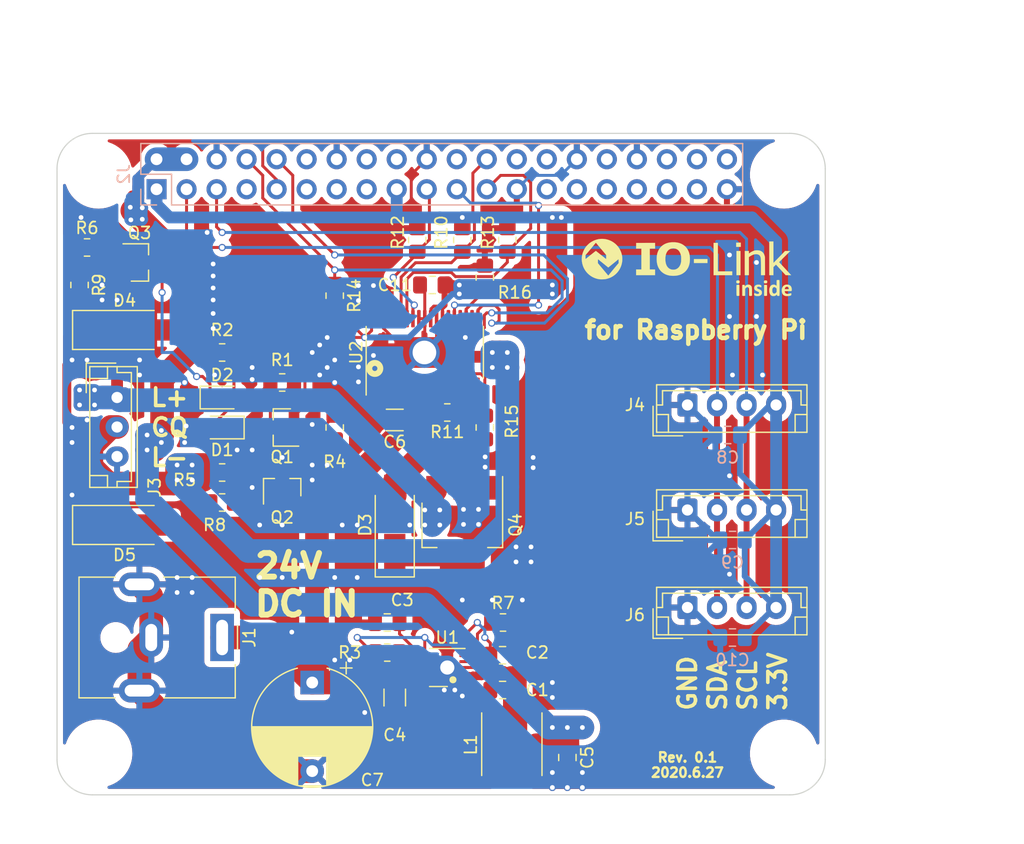
<source format=kicad_pcb>
(kicad_pcb (version 20210606) (generator pcbnew)
  (layers (0 "F.Cu" signal) (31 "B.Cu" signal) (34 "B.Paste" user) (35 "F.Paste" user) (36 "B.SilkS" user "B.Silkscreen") (37 "F.SilkS" user "F.Silkscreen") (38 "B.Mask" user) (39 "F.Mask" user) (44 "Edge.Cuts" user))
  (net 0 "")
  (net 21 "Net-(C1-Pad2)")
  (net 22 "Net-(C1-Pad1)")
  (net 23 "GND")
  (net 24 "Net-(C2-Pad1)")
  (net 25 "Net-(C3-Pad1)")
  (net 26 "+24V")
  (net 27 "+5V")
  (net 28 "+3V3")
  (net 29 "Net-(D1-Pad2)")
  (net 30 "Net-(D2-Pad2)")
  (net 31 "Net-(D2-Pad1)")
  (net 32 "Net-(D3-Pad1)")
  (net 33 "Net-(D3-Pad2)")
  (net 34 "L+1")
  (net 35 "CQ1")
  (net 36 "I2C_SDA")
  (net 37 "I2C_SCL")
  (net 38 "TXD")
  (net 39 "RXD")
  (net 40 "SPI_MOSI")
  (net 41 "SPI_MISO")
  (net 42 "SPI_CS")
  (net 43 "Net-(Q1-Pad1)")
  (net 44 "Net-(Q2-Pad1)")
  (net 45 "Net-(Q3-Pad1)")
  (net 46 "Net-(Q4-Pad1)")
  (net 47 "Net-(R3-Pad2)")
  (net 48 "Net-(R7-Pad1)")
  (net 49 "Net-(R15-Pad2)")
  (net 50 "Net-(R16-Pad1)")
  (net 64 "SPI_SCK")
  (net 65 "Net-(Q1-Pad3)")
  (footprint "Capacitor_SMD:C_0805_2012Metric_Pad1.18x1.45mm_HandSolder" (layer "F.Cu") (at 55.4775 80.645)
    (fp_text reference "C1")
    (fp_text value "0.1u")
  )
  (footprint "Capacitor_SMD:C_0805_2012Metric_Pad1.18x1.45mm_HandSolder" (layer "F.Cu") (at 55.4775 77.7025)
    (fp_text reference "C2")
    (fp_text value "1u")
  )
  (footprint "Capacitor_SMD:C_0805_2012Metric_Pad1.18x1.45mm_HandSolder" (layer "F.Cu") (at 45.72 74.93 180)
    (fp_text reference "C3")
    (fp_text value "10n")
  )
  (footprint "Capacitor_SMD:C_0805_2012Metric_Pad1.18x1.45mm_HandSolder" (layer "F.Cu") (at 60.96 86.36 -90)
    (fp_text reference "C5")
    (fp_text value "47u")
  )
  (footprint "Capacitor_SMD:C_1206_3216Metric_Pad1.33x1.80mm_HandSolder" (layer "F.Cu") (at 46.355 57.785 180)
    (fp_text reference "C6")
    (fp_text value "1u")
  )
  (footprint "Capacitor_THT:CP_Radial_D10.0mm_P7.50mm" (layer "F.Cu") (at 39.37 80.01 -90)
    (fp_text reference "C7")
    (fp_text value "100u")
  )
  (footprint "LED_SMD:LED_0805_2012Metric_Pad1.15x1.40mm_HandSolder" (layer "F.Cu") (at 31.75 58.42 180)
    (fp_text reference "D1")
    (fp_text value "GREEN LED")
  )
  (footprint "LED_SMD:LED_0805_2012Metric_Pad1.15x1.40mm_HandSolder" (layer "F.Cu") (at 31.75 55.88)
    (fp_text reference "D2")
    (fp_text value "RED LED")
  )
  (footprint "Diode_SMD:D_SMA_Handsoldering" (layer "F.Cu") (at 46.355 66.675 90)
    (fp_text reference "D3")
    (fp_text value "S100")
  )
  (footprint "Diode_SMD:D_SMA_Handsoldering" (layer "F.Cu") (at 23.495 50.165)
    (fp_text reference "D4")
    (fp_text value "PTZTFTE2536B")
  )
  (footprint "Diode_SMD:D_SMA_Handsoldering" (layer "F.Cu") (at 23.495 66.675)
    (fp_text reference "D5")
    (fp_text value "PTZTFTE2536B")
  )
  (footprint "Connector_BarrelJack:BarrelJack_CUI_PJ-063AH_Horizontal" (layer "F.Cu") (at 31.75 76.2 -90)
    (fp_text reference "J1")
    (fp_text value "Jack-DC")
  )
  (footprint "Connector_JST:JST_EH_B3B-EH-A_1x03_P2.50mm_Vertical" (layer "F.Cu") (at 22.86 55.88 -90)
    (fp_text reference "J3")
    (fp_text value "Conn_01x03_Male")
  )
  (footprint "Connector_JST:JST_EH_B4B-EH-A_1x04_P2.50mm_Vertical" (layer "F.Cu") (at 71.12 56.515)
    (fp_text reference "J4")
    (fp_text value "Conn_01x03_Male")
  )
  (footprint "Connector_JST:JST_EH_B4B-EH-A_1x04_P2.50mm_Vertical" (layer "F.Cu") (at 71.12 65.405)
    (fp_text reference "J5")
    (fp_text value "Conn_01x03_Male")
  )
  (footprint "Connector_JST:JST_EH_B4B-EH-A_1x04_P2.50mm_Vertical" (layer "F.Cu") (at 71.12 73.66)
    (fp_text reference "J6")
    (fp_text value "Conn_01x03_Male")
  )
  (footprint "Local:L_TDK_SPM5030VT" (layer "F.Cu") (at 56.261 85.233 90)
    (fp_text reference "L1")
    (fp_text value "2.2u")
  )
  (footprint "Package_TO_SOT_SMD:SOT-23" (layer "F.Cu") (at 36.83 58.42 180)
    (fp_text reference "Q1")
    (fp_text value "Q_PMOS_GSD")
  )
  (footprint "Package_TO_SOT_SMD:SOT-23" (layer "F.Cu") (at 36.83 63.5 90)
    (fp_text reference "Q2")
    (fp_text value "Q_NMOS_GSD")
  )
  (footprint "Package_TO_SOT_SMD:SOT-23" (layer "F.Cu") (at 24.765 44.45)
    (fp_text reference "Q3")
    (fp_text value "Q_NMOS_GSD")
  )
  (footprint "Package_TO_SOT_SMD:SOT-223-3_TabPin2" (layer "F.Cu") (at 52.07 66.675 -90)
    (fp_text reference "Q4")
    (fp_text value "FQT7N10LTF")
  )
  (footprint "Resistor_SMD:R_0805_2012Metric_Pad1.20x1.40mm_HandSolder" (layer "F.Cu") (at 36.83 54.61 180)
    (fp_text reference "R1")
    (fp_text value "56")
  )
  (footprint "Resistor_SMD:R_0805_2012Metric_Pad1.20x1.40mm_HandSolder" (layer "F.Cu") (at 31.75 52.07)
    (fp_text reference "R2")
    (fp_text value "56")
  )
  (footprint "Resistor_SMD:R_0805_2012Metric_Pad1.20x1.40mm_HandSolder" (layer "F.Cu") (at 45.72 77.47)
    (fp_text reference "R3")
    (fp_text value "100k")
  )
  (footprint "Resistor_SMD:R_0805_2012Metric_Pad1.20x1.40mm_HandSolder" (layer "F.Cu") (at 41.275 58.42 -90)
    (fp_text reference "R4")
    (fp_text value "10k")
  )
  (footprint "Resistor_SMD:R_0805_2012Metric_Pad1.20x1.40mm_HandSolder" (layer "F.Cu") (at 31.75 62.23)
    (fp_text reference "R5")
    (fp_text value "10k")
  )
  (footprint "Resistor_SMD:R_0805_2012Metric_Pad1.20x1.40mm_HandSolder" (layer "F.Cu") (at 20.32 43.18)
    (fp_text reference "R6")
    (fp_text value "10k")
  )
  (footprint "Resistor_SMD:R_0805_2012Metric_Pad1.20x1.40mm_HandSolder" (layer "F.Cu") (at 55.515 74.93)
    (fp_text reference "R7")
    (fp_text value "18.2k")
  )
  (footprint "Resistor_SMD:R_0805_2012Metric_Pad1.20x1.40mm_HandSolder" (layer "F.Cu") (at 31.75 64.77 180)
    (fp_text reference "R8")
    (fp_text value "10k")
  )
  (footprint "Resistor_SMD:R_0805_2012Metric_Pad1.20x1.40mm_HandSolder" (layer "F.Cu") (at 19.685 46.355 -90)
    (fp_text reference "R9")
    (fp_text value "10k")
  )
  (footprint "Resistor_SMD:R_0805_2012Metric_Pad1.20x1.40mm_HandSolder" (layer "F.Cu") (at 52.07 42.545 -90)
    (fp_text reference "R10")
    (fp_text value "10k")
  )
  (footprint "Resistor_SMD:R_0805_2012Metric_Pad1.20x1.40mm_HandSolder" (layer "F.Cu") (at 50.8 57.15 180)
    (fp_text reference "R11")
    (fp_text value "0.2")
  )
  (footprint "Resistor_SMD:R_0805_2012Metric_Pad1.20x1.40mm_HandSolder" (layer "F.Cu") (at 48.26 42.545 90)
    (fp_text reference "R12")
    (fp_text value "10k")
  )
  (footprint "Resistor_SMD:R_0805_2012Metric_Pad1.20x1.40mm_HandSolder" (layer "F.Cu") (at 55.88 42.545 90)
    (fp_text reference "R13")
    (fp_text value "10k")
  )
  (footprint "Resistor_SMD:R_0805_2012Metric_Pad1.20x1.40mm_HandSolder" (layer "F.Cu") (at 41.275 47.26 90)
    (fp_text reference "R14")
    (fp_text value "10k")
  )
  (footprint "Resistor_SMD:R_0805_2012Metric_Pad1.20x1.40mm_HandSolder" (layer "F.Cu") (at 53.975 58.42 90)
    (fp_text reference "R15")
    (fp_text value "100")
  )
  (footprint "Resistor_SMD:R_0805_2012Metric_Pad1.20x1.40mm_HandSolder" (layer "F.Cu") (at 53.975 45.72 90)
    (fp_text reference "R16")
    (fp_text value "10k")
  )
  (footprint "Capacitor_SMD:C_1206_3216Metric_Pad1.33x1.80mm_HandSolder" (layer "F.Cu") (at 46.355 81.28 -90)
    (fp_text reference "C4")
    (fp_text value "4.7u")
  )
  (footprint "Local:DFN-10-1EP_3x3mm_P0.5mm_EP1.65x2.38mm_with_Hole" (layer "F.Cu") (at 50.8 78.74 180)
    (fp_text reference "U1")
    (fp_text value "LTC8609A")
  )
  (footprint "Local:TSSOP-38_4.4x9.7mm_P0.5mm_with_Hole" (layer "F.Cu") (at 48.895 52.07 90)
    (fp_text reference "U2")
    (fp_text value "LTC2874")
  )
  (footprint "Capacitor_SMD:C_0805_2012Metric_Pad1.18x1.45mm_HandSolder" (layer "F.Cu") (at 49.53 46.355 180)
    (fp_text reference "C11")
    (fp_text value "10u")
  )
  (footprint "Local:io-link-logo-small" (layer "F.Cu") (at 71.12 45.085)
    (fp_text reference "G0" hide)
    (fp_text value "LOGO" hide)
  )
  (footprint "Local:RPi_Hat_Mounting_Hole_Small" (layer "F.Cu") (at 21.28 86.02)
    (fp_text reference "" hide)
    (fp_text value "" hide)
  )
  (footprint "Local:RPi_Hat_Mounting_Hole_Small" (layer "F.Cu") (at 79.28 37.02)
    (fp_text reference "" hide)
    (fp_text value "" hide)
  )
  (footprint "Local:RPi_Hat_Mounting_Hole_Small" (layer "F.Cu") (at 79.28 86.02)
    (fp_text reference "" hide)
    (fp_text value "" hide)
  )
  (footprint "Local:RPi_Hat_Mounting_Hole_Small" (layer "F.Cu") (at 21.28 37.02)
    (fp_text reference "" hide)
    (fp_text value "" hide)
  )
  (footprint "Capacitor_SMD:C_0805_2012Metric_Pad1.18x1.45mm_HandSolder" (layer "B.Cu") (at 74.5275 59.055 180)
    (fp_text reference "C8")
    (fp_text value "10u")
  )
  (footprint "Capacitor_SMD:C_0805_2012Metric_Pad1.18x1.45mm_HandSolder" (layer "B.Cu") (at 74.93 67.945 180)
    (fp_text reference "C9")
    (fp_text value "10u")
  )
  (footprint "Capacitor_SMD:C_0805_2012Metric_Pad1.18x1.45mm_HandSolder" (layer "B.Cu") (at 74.93 76.2 180)
    (fp_text reference "C10")
    (fp_text value "10u")
  )
  (footprint "Connector_PinSocket_2.54mm:PinSocket_2x20_P2.54mm_Vertical" (layer "B.Cu") (at 26.2 38.25 -90)
    (fp_text reference "J2")
    (fp_text value "Raspberry_Pi_2_3")
  )
  (gr_arc (start 20.78 86.52) (end 20.78 89.52) (angle 90) (layer "Edge.Cuts") (width 0.1))
  (gr_arc (start 79.78 86.52) (end 82.78 86.52) (angle 90) (layer "Edge.Cuts") (width 0.1))
  (gr_arc (start 20.78 36.52) (end 17.78 36.52) (angle 90) (layer "Edge.Cuts") (width 0.1))
  (gr_line (start 20.78 33.52) (end 79.78 33.52) (angle 90) (layer "Edge.Cuts") (width 0.1))
  (gr_arc (start 79.78 36.52) (end 79.78 33.52) (angle 90) (layer "Edge.Cuts") (width 0.1))
  (gr_line (start 17.78 36.52) (end 17.78 86.52) (layer "Edge.Cuts") (width 0.1))
  (gr_line (start 82.78 36.52) (end 82.78 86.52) (angle 90) (layer "Edge.Cuts") (width 0.1))
  (gr_line (start 20.78 89.52) (end 79.78 89.52) (angle 90) (layer "Edge.Cuts") (width 0.1))
  (gr_text "for Raspberry Pi" (at 62.23 50.165) (layer "F.SilkS") (effects (font (size 1.5 1.5) (thickness 0.375)) (justify left)))
  (gr_text "L-" (at 27.305 60.96) (layer "F.SilkS") (effects (font (size 1.5 1.5) (thickness 0.3))))
  (gr_text "3.3V" (at 78.74 82.55 90) (layer "F.SilkS") (effects (font (size 1.5 1.5) (thickness 0.3)) (justify left)))
  (gr_text "24V\nDC IN" (at 34.29 71.755) (layer "F.SilkS") (effects (font (size 2 2) (thickness 0.5)) (justify left)))
  (gr_text "CQ" (at 27.305 58.42) (layer "F.SilkS") (effects (font (size 1.5 1.5) (thickness 0.3))))
  (gr_text "SCL" (at 76.2 82.55 90) (layer "F.SilkS") (effects (font (size 1.5 1.5) (thickness 0.3)) (justify left)))
  (gr_text "L+" (at 27.305 55.88) (layer "F.SilkS") (effects (font (size 1.5 1.5) (thickness 0.3))))
  (gr_text "SDA" (at 73.66 82.55 90) (layer "F.SilkS") (effects (font (size 1.5 1.5) (thickness 0.3)) (justify left)))
  (gr_text "Rev. 0.1\n2020.6.27\n" (at 71.12 86.995) (layer "F.SilkS") (effects (font (size 0.8 0.8) (thickness 0.2))))
  (gr_text "GND" (at 71.12 82.55 90) (layer "F.SilkS") (effects (font (size 1.5 1.5) (thickness 0.3)) (justify left)))
  (segment (start 56.515 80.645) (end 55.21499 79.34499) (width 0.75) (layer "F.Cu") (net 21))
  (segment (start 56.515 80.645) (end 56.515 82.804) (width 2) (layer "F.Cu") (net 21))
  (segment (start 56.515 80.645) (end 56.515 79.92) (width 0.75) (layer "F.Cu") (net 21))
  (segment (start 56.515 79.92) (end 55.59751 79.00251) (width 0.75) (layer "F.Cu") (net 21))
  (segment (start 52.773012 79.28999) (end 52.828012 79.34499) (width 0.25) (layer "F.Cu") (net 21))
  (segment (start 53.787473 79.34499) (end 53.692453 79.44001) (width 0.75) (layer "F.Cu") (net 21))
  (segment (start 53.692453 79.44001) (end 53.25001 79.44001) (width 0.75) (layer "F.Cu") (net 21))
  (segment (start 53.00479 79.34499) (end 52.97481 79.31501) (width 0.5) (layer "F.Cu") (net 21))
  (segment (start 54.129952 79.002511) (end 53.692453 79.44001) (width 0.75) (layer "F.Cu") (net 21))
  (segment (start 56.515 82.804) (end 56.261 83.058) (width 2) (layer "F.Cu") (net 21))
  (segment (start 52.25 79.24) (end 52.723022 79.24) (width 0.25) (layer "F.Cu") (net 21))
  (segment (start 55.59751 79.00251) (end 54.129952 79.002511) (width 0.75) (layer "F.Cu") (net 21))
  (segment (start 55.21499 79.34499) (end 53.00479 79.34499) (width 0.5) (layer "F.Cu") (net 21))
  (segment (start 56.515 79.915) (end 56.22751 79.62751) (width 2) (layer "F.Cu") (net 21))
  (segment (start 55.21499 79.34499) (end 53.787473 79.34499) (width 0.75) (layer "F.Cu") (net 21))
  (segment (start 56.515 80.645) (end 56.515 79.915) (width 2) (layer "F.Cu") (net 21))
  (segment (start 53.00479 79.34499) (end 52.828012 79.34499) (width 0.25) (layer "F.Cu") (net 21))
  (segment (start 52.25 79.74) (end 53.155 80.645) (width 0.25) (layer "F.Cu") (net 22))
  (segment (start 53.155 80.645) (end 54.44 80.645) (width 0.25) (layer "F.Cu") (net 22))
  (segment (start 36.36 37.449002) (end 35.184999 36.274001) (width 0.25) (layer "F.Cu") (net 23))
  (segment (start 45.395 49.2075) (end 45.395 50.017078) (width 0.25) (layer "F.Cu") (net 23))
  (segment (start 44.980973 52.299511) (end 43.54499 53.735494) (width 2) (layer "F.Cu") (net 23))
  (segment (start 47.752 37.018) (end 47.752 39.116) (width 0.25) (layer "F.Cu") (net 23))
  (segment (start 19.05 52.705) (end 18.60999 53.14501) (width 0.75) (layer "F.Cu") (net 23))
  (segment (start 48.895 46.7575) (end 48.4925 46.355) (width 0.25) (layer "F.Cu") (net 23))
  (segment (start 43.54499 53.735494) (end 43.54499 56.53749) (width 2) (layer "F.Cu") (net 23))
  (segment (start 48.395 46.4525) (end 48.4925 46.355) (width 0.25) (layer "F.Cu") (net 23))
  (segment (start 43.711662 59.586662) (end 43.711662 58.523338) (width 1) (layer "F.Cu") (net 23))
  (segment (start 50.8 80.01) (end 50.8 80.645) (width 1) (layer "F.Cu") (net 23))
  (segment (start 48.895 52.04) (end 48.865 52.07) (width 0.25) (layer "F.Cu") (net 23))
  (segment (start 31.56 87.51) (end 24.75 80.7) (width 2) (layer "F.Cu") (net 23))
  (segment (start 48.635489 52.299511) (end 44.980973 52.299511) (width 2) (layer "F.Cu") (net 23))
  (segment (start 39.37 87.51) (end 31.56 87.51) (width 2) (layer "F.Cu") (net 23))
  (segment (start 60.96 88.9) (end 59.69 88.9) (width 0.25) (layer "F.Cu") (net 23))
  (segment (start 18.60999 53.14501) (end 18.60999 57.97999) (width 0.75) (layer "F.Cu") (net 23))
  (segment (start 50.8 78.74) (end 50.8 80.01) (width 1) (layer "F.Cu") (net 23))
  (segment (start 44.7925 57.785) (end 44.7925 58.505824) (width 1) (layer "F.Cu") (net 23))
  (segment (start 52.324 50.8) (end 50.135 50.8) (width 0.5) (layer "F.Cu") (net 23))
  (segment (start 36.83 66.468324) (end 36.83 66.675) (width 1) (layer "F.Cu") (net 23))
  (segment (start 49.06 35.71) (end 47.752 37.018) (width 0.25) (layer "F.Cu") (net 23))
  (segment (start 48.895 49.2075) (end 48.895 46.7575) (width 0.25) (layer "F.Cu") (net 23))
  (segment (start 39.37 62.865) (end 36.83 65.405) (width 1) (layer "F.Cu") (net 23))
  (segment (start 36.83 65.405) (end 36.83 66.675) (width 1) (layer "F.Cu") (net 23))
  (segment (start 48.395 51.57) (end 48.895 52.07) (width 0.25) (layer "F.Cu") (net 23))
  (segment (start 48.895 49.2075) (end 48.895 52.04) (width 0.25) (layer "F.Cu") (net 23))
  (segment (start 45.395 50.017078) (end 47.447922 52.07) (width 0.25) (layer "F.Cu") (net 23))
  (segment (start 24.75 80.7) (end 24.75 77.2) (width 2) (layer "F.Cu") (net 23))
  (segment (start 35.184999 36.274001) (end 35.184999 34.665001) (width 0.25) (layer "F.Cu") (net 23))
  (segment (start 48.865 52.07) (end 48.635489 52.299511) (width 2) (layer "F.Cu") (net 23))
  (segment (start 19.685 47.355) (end 21.81 47.355) (width 0.25) (layer "F.Cu") (net 23))
  (segment (start 24.75 77.2) (end 25.75 76.2) (width 2) (layer "F.Cu") (net 23))
  (segment (start 62.23 88.9) (end 60.96 88.9) (width 0.25) (layer "F.Cu") (net 23))
  (segment (start 59.69 87.63) (end 59.69 88.9) (width 0.25) (layer "F.Cu") (net 23))
  (segment (start 43.54499 56.53749) (end 44.7925 57.785) (width 2) (layer "F.Cu") (net 23))
  (segment (start 50.8 78.74) (end 50.8 77.47) (width 1) (layer "F.Cu") (net 23))
  (segment (start 25.75 72.7) (end 24.75 71.7) (width 2) (layer "F.Cu") (net 23))
  (segment (start 44.7925 58.505824) (end 43.711662 59.586662) (width 1) (layer "F.Cu") (net 23))
  (segment (start 25.75 76.2) (end 25.75 72.7) (width 2) (layer "F.Cu") (net 23))
  (segment (start 48.395 49.2075) (end 48.895 49.2075) (width 0.25) (layer "F.Cu") (net 23))
  (segment (start 50.135 50.8) (end 48.865 52.07) (width 0.5) (layer "F.Cu") (net 23))
  (segment (start 49.895 49.2075) (end 49.895 51.04) (width 0.25) (layer "F.Cu") (net 23))
  (segment (start 48.895 52.07) (end 48.895 51.1302) (width 0.5) (layer "F.Cu") (net 23))
  (segment (start 48.895 52.07) (end 49.895 51.07) (width 0.25) (layer "F.Cu") (net 23))
  (segment (start 36.36 38.25) (end 36.36 37.449002) (width 0.25) (layer "F.Cu") (net 23))
  (segment (start 49.895 51.04) (end 48.865 52.07) (width 0.25) (layer "F.Cu") (net 23))
  (segment (start 43.711662 59.586662) (end 36.83 66.468324) (width 1) (layer "F.Cu") (net 23))
  (segment (start 47.447922 52.07) (end 48.865 52.07) (width 0.25) (layer "F.Cu") (net 23))
  (via (at 40.64 53.34) (size 0.6) (drill 0.4) (layers "F.Cu" "B.Cu") (net 23))
  (via (at 21.59 47.625) (size 0.6) (drill 0.4) (layers "F.Cu" "B.Cu") (net 23))
  (via (at 28.575 59.69) (size 0.6) (drill 0.4) (layers "F.Cu" "B.Cu") (net 23))
  (via (at 30.48 41.91) (size 0.6) (drill 0.4) (layers "F.Cu" "B.Cu") (net 23))
  (via (at 37.6428 75.7428) (size 0.6) (drill 0.4) (layers "F.Cu" "B.Cu") (net 23))
  (via (at 28.575 54.61) (size 0.6) (drill 0.4) (layers "F.Cu" "B.Cu") (net 23))
  (via (at 34.29 63.5) (size 0.6) (drill 0.4) (layers "F.Cu" "B.Cu") (net 23))
  (via (at 41.275 78.105) (size 0.6) (drill 0.4) (layers "F.Cu" "B.Cu") (net 23))
  (via (at 27.94 71.12) (size 0.6) (drill 0.4) (layers "F.Cu" "B.Cu") (net 23))
  (via (at 56.6166 68.5292) (size 0.6) (drill 0.4) (layers "F.Cu" "B.Cu") (net 23))
  (via (at 54.0004 61.7728) (size 0.6) (drill 0.4) (layers "F.Cu" "B.Cu") (net 23))
  (via (at 43.2816 47.6758) (size 0.6) (drill 0.4) (layers "F.Cu" "B.Cu") (net 23))
  (via (at 20.32 57.785) (size 0.6) (drill 0.4) (layers "F.Cu" "B.Cu") (net 23))
  (via (at 34.29 60.325) (size 0.6) (drill 0.4) (layers "F.Cu" "B.Cu") (net 23))
  (via (at 36.83 60.96) (size 0.6) (drill 0.4) (layers "F.Cu" "B.Cu") (net 23))
  (via (at 39.37 62.865) (size 0.6) (drill 0.4) (layers "F.Cu" "B.Cu") (net 23))
  (via (at 40.005 53.975) (size 0.6) (drill 0.4) (layers "F.Cu" "B.Cu") (net 23))
  (via (at 59.69 88.9) (size 0.6) (drill 0.4) (layers "F.Cu" "B.Cu") (net 23))
  (via (at 41.91 66.675) (size 0.6) (drill 0.4) (layers "F.Cu" "B.Cu") (net 23))
  (via (at 24.765 53.975) (size 0.6) (drill 0.4) (layers "F.Cu" "B.Cu") (net 23))
  (via (at 43.18 71.12) (size 0.6) (drill 0.4) (layers "F.Cu" "B.Cu") (net 23))
  (via (at 59.69 81.28) (size 0.6) (drill 0.4) (layers "F.Cu" "B.Cu") (net 23))
  (via (at 43.2816 46.4058) (size 0.6) (drill 0.4) (layers "F.Cu" "B.Cu") (net 23))
  (via (at 42.545 78.105) (size 0.6) (drill 0.4) (layers "F.Cu" "B.Cu") (net 23))
  (via (at 54.61 73.025) (size 0.6) (drill 0.4) (layers "F.Cu" "B.Cu") (net 23))
  (via (at 41.275 54.61) (size 0.6) (drill 0.4) (layers "F.Cu" "B.Cu") (net 23))
  (via (at 44.5516 46.4058) (size 0.6) (drill 0.4) (layers "F.Cu" "B.Cu") (net 23))
  (via (at 54.0004 60.9092) (size 0.6) (drill 0.4) (layers "F.Cu" "B.Cu") (net 23))
  (via (at 34.29 54.356) (size 0.6) (drill 0.4) (layers "F.Cu" "B.Cu") (net 23))
  (via (at 39.37 52.07) (size 0.6) (drill 0.4) (layers "F.Cu" "B.Cu") (net 23))
  (via (at 19.05 64.135) (size 0.6) (drill 0.4) (layers "F.Cu" "B.Cu") (net 23))
  (via (at 19.812 40.64) (size 0.6) (drill 0.4) (layers "F.Cu" "B.Cu") (net 23))
  (via (at 62.23 88.9) (size 0.6) (drill 0.4) (layers "F.Cu" "B.Cu") (net 23))
  (via (at 44.5516 52.324) (size 0.6) (drill 0.4) (layers "F.Cu" "B.Cu") (net 23))
  (via (at 51.435 80.645) (size 0.6) (drill 0.4) (layers "F.Cu" "B.Cu") (net 23))
  (via (at 47.625 66.675) (size 0.6) (drill 0.4) (layers "F.Cu" "B.Cu") (net 23))
  (via (at 36.83 71.12) (size 0.6) (drill 0.4) (layers "F.Cu" "B.Cu") (net 23))
  (via (at 30.988 48.768) (size 0.6) (drill 0.4) (layers "F.Cu" "B.Cu") (net 23))
  (via (at 57.8866 68.5292) (size 0.6) (drill 0.4) (layers "F.Cu" "B.Cu") (net 23))
  (via (at 74.93 53.975) (size 0.6) (drill 0.4) (layers "F.Cu" "B.Cu") (net 23))
  (via (at 58.0644 61.8236) (size 0.6) (drill 0.4) (layers "F.Cu" "B.Cu") (net 23))
  (via (at 58.0644 60.96) (size 0.6) (drill 0.4) (layers "F.Cu" "B.Cu") (net 23))
  (via (at 52.324 50.8) (size 0.6) (drill 0.4) (layers "F.Cu" "B.Cu") (net 23))
  (via (at 41.275 71.12) (size 0.6) (drill 0.4) (layers "F.Cu" "B.Cu") (net 23))
  (via (at 40.005 51.435) (size 0.6) (drill 0.4) (layers "F.Cu" "B.Cu") (net 23))
  (via (at 21.59 46.355) (size 0.6) (drill 0.4) (layers "F.Cu" "B.Cu") (net 23))
  (via (at 39.37 58.166) (size 0.6) (drill 0.4) (layers "F.Cu" "B.Cu") (net 23))
  (via (at 24.765 52.705) (size 0.6) (drill 0.4) (layers "F.Cu" "B.Cu") (net 23))
  (via (at 52.07 73.025) (size 0.6) (drill 0.4) (layers "F.Cu" "B.Cu") (net 23))
  (via (at 43.2816 54.5592) (size 0.6) (drill 0.4) (layers "F.Cu" "B.Cu") (net 23))
  (via (at 29.21 71.12) (size 0.6) (drill 0.4) (layers "F.Cu" "B.Cu") (net 23))
  (via (at 57.15 73.025) (size 0.6) (drill 0.4) (layers "F.Cu" "B.Cu") (net 23))
  (via (at 59.69 80.01) (size 0.6) (drill 0.4) (layers "F.Cu" "B.Cu") (net 23))
  (via (at 74.676 70.8406) (size 0.6) (drill 0.4) (layers "F.Cu" "B.Cu") (net 23))
  (via (at 34.925 66.675) (size 0.6) (drill 0.4) (layers "F.Cu" "B.Cu") (net 23))
  (via (at 74.676 49.022) (size 0.6) (drill 0.4) (layers "F.Cu" "B.Cu") (net 23))
  (via (at 28.702 58.293) (size 0.6) (drill 0.4) (layers "F.Cu" "B.Cu") (net 23))
  (via (at 40.64 50.8) (size 0.6) (drill 0.4) (layers "F.Cu" "B.Cu") (net 23))
  (via (at 30.988 45.593) (size 0.6) (drill 0.4) (layers "F.Cu" "B.Cu") (net 23))
  (via (at 53.4416 66.6242) (size 0.6) (drill 0.4) (layers "F.Cu" "B.Cu") (net 23))
  (via (at 52.1716 66.6242) (size 0.6) (drill 0.4) (layers "F.Cu" "B.Cu") (net 23))
  (via (at 53.4416 65.3542) (size 0.6) (drill 0.4) (layers "F.Cu" "B.Cu") (net 23))
  (via (at 76.962 44.45) (size 0.6) (drill 0.4) (layers "F.Cu" "B.Cu") (net 23))
  (via (at 30.988 50.038) (size 0.6) (drill 0.4) (layers "F.Cu" "B.Cu") (net 23))
  (via (at 36.83 66.675) (size 0.6) (drill 0.4) (layers "F.Cu" "B.Cu") (net 23))
  (via (at 76.962 49.022) (size 0.6) (drill 0.4) (layers "F.Cu" "B.Cu") (net 23))
  (via (at 60.96 88.9) (size 0.6) (drill 0.4) (layers "F.Cu" "B.Cu") (net 23))
  (via (at 43.18 66.675) (size 0.6) (drill 0.4) (layers "F.Cu" "B.Cu") (net 23))
  (via (at 30.988 47.625) (size 0.6) (drill 0.4) (layers "F.Cu" "B.Cu") (net 23))
  (via (at 77.47 53.975) (size 0.6) (drill 0.4) (layers "F.Cu" "B.Cu") (net 23))
  (via (at 52.1716 65.3542) (size 0.6) (drill 0.4) (layers "F.Cu" "B.Cu") (net 23))
  (via (at 29.21 72.39) (size 0.6) (drill 0.4) (layers "F.Cu" "B.Cu") (net 23))
  (via (at 39.37 61.595) (size 0.6) (drill 0.4) (layers "F.Cu" "B.Cu") (net 23))
  (via (at 19.05 59.69) (size 0.6) (drill 0.4) (layers "F.Cu" "B.Cu") (net 23))
  (via (at 31.115 53.975) (size 0.6) (drill 0.4) (layers "F.Cu" "B.Cu") (net 23))
  (via (at 20.32 52.705) (size 0.6) (drill 0.4) (layers "F.Cu" "B.Cu") (net 23))
  (via (at 74.676 62.5094) (size 0.6) (drill 0.4) (layers "F.Cu" "B.Cu") (net 23))
  (via (at 40.64 61.595) (size 0.6) (drill 0.4) (layers "F.Cu" "B.Cu") (net 23))
  (via (at 59.69 87.63) (size 0.6) (drill 0.4) (layers "F.Cu" "B.Cu") (net 23))
  (via (at 43.2816 53.2892) (size 0.6) (drill 0.4) (layers "F.Cu" "B.Cu") (net 23))
  (via (at 22.86 47.625) (size 0.6) (drill 0.4) (layers "F.Cu" "B.Cu") (net 23))
  (via (at 33.02 60.325) (size 0.6) (drill 0.4) (layers "F.Cu" "B.Cu") (net 23))
  (via (at 27.94 72.39) (size 0.6) (drill 0.4) (layers "F.Cu" "B.Cu") (net 23))
  (via (at 62.23 87.63) (size 0.6) (drill 0.4) (layers "F.Cu" "B.Cu") (net 23))
  (via (at 34.925 71.12) (size 0.6) (drill 0.4) (layers "F.Cu" "B.Cu") (net 23))
  (via (at 74.676 43.815) (size 0.6) (drill 0.4) (layers "F.Cu" "B.Cu") (net 23))
  (via (at 30.988 44.577) (size 0.6) (drill 0.4) (layers "F.Cu" "B.Cu") (net 23))
  (via (at 41.275 52.705) (size 0.6) (drill 0.4) (layers "F.Cu" "B.Cu") (net 23))
  (via (at 19.05 52.705) (size 0.6) (drill 0.4) (layers "F.Cu" "B.Cu") (net 23))
  (via (at 50.546 80.645) (size 0.6) (drill 0.4) (layers "F.Cu" "B.Cu") (net 23))
  (via (at 43.815 82.55) (size 0.6) (drill 0.4) (layers "F.Cu" "B.Cu") (net 23))
  (via (at 57.8866 69.7992) (size 0.6) (drill 0.4) (layers "F.Cu" "B.Cu") (net 23))
  (via (at 30.988 46.609) (size 0.6) (drill 0.4) (layers "F.Cu" "B.Cu") (net 23))
  (via (at 52.07 81.153) (size 0.6) (drill 0.4) (layers "F.Cu" "B.Cu") (net 23))
  (via (at 34.29 53.34) (size 0.6) (drill 0.4) (layers "F.Cu" "B.Cu") (net 23))
  (via (at 56.6166 69.7992) (size 0.6) (drill 0.4) (layers "F.Cu" "B.Cu") (net 23))
  (via (at 19.05 58.42) (size 0.6) (drill 0.4) (layers "F.Cu" "B.Cu") (net 23))
  (segment (start 71.12 65.405) (end 71.12 61.425) (width 0.5) (layer "B.Cu") (net 23))
  (segment (start 71.12 70.7175) (end 73.8925 67.945) (width 0.5) (layer "B.Cu") (net 23))
  (segment (start 73.49 58.885) (end 71.12 56.515) (width 0.5) (layer "B.Cu") (net 23))
  (segment (start 56.68 38.25) (end 57.855001 37.074999) (width 0.25) (layer "B.Cu") (net 23))
  (segment (start 50.165 80.645) (end 50.165 79.375) (width 2) (layer "B.Cu") (net 23))
  (segment (start 71.12 61.425) (end 73.49 59.055) (width 0.5) (layer "B.Cu") (net 23))
  (segment (start 50.8 78.74) (end 43.18 78.74) (width 2) (layer "B.Cu") (net 23))
  (segment (start 73.8925 67.945) (end 73.66 67.945) (width 0.5) (layer "B.Cu") (net 23))
  (segment (start 50.165 79.375) (end 50.8 78.74) (width 2) (layer "B.Cu") (net 23))
  (segment (start 73.66 67.945) (end 71.12 65.405) (width 0.5) (layer "B.Cu") (net 23))
  (segment (start 71.12 73.66) (end 71.3525 73.66) (width 0.5) (layer "B.Cu") (net 23))
  (segment (start 57.855001 37.074999) (end 60.395001 37.074999) (width 0.25) (layer "B.Cu") (net 23))
  (segment (start 43.18 78.74) (end 42.545 78.105) (width 2) (layer "B.Cu") (net 23))
  (segment (start 73.49 59.055) (end 73.49 58.885) (width 0.5) (layer "B.Cu") (net 23))
  (segment (start 59.69 87.63) (end 50.8 78.74) (width 2) (layer "B.Cu") (net 23))
  (segment (start 71.12 73.66) (end 71.12 70.7175) (width 0.5) (layer "B.Cu") (net 23))
  (segment (start 71.3525 73.66) (end 73.8925 76.2) (width 0.5) (layer "B.Cu") (net 23))
  (segment (start 60.395001 37.074999) (end 61.76 35.71) (width 0.25) (layer "B.Cu") (net 23))
  (segment (start 54.44 77.7025) (end 54.0375 78.105) (width 0.25) (layer "F.Cu") (net 24))
  (segment (start 54.44 77.7025) (end 54.44 76.665) (width 0.25) (layer "F.Cu") (net 24))
  (segment (start 53.34 74.93) (end 52.25 76.02) (width 0.25) (layer "F.Cu") (net 24))
  (segment (start 54.44 76.665) (end 53.975 76.2) (width 0.25) (layer "F.Cu") (net 24))
  (segment (start 52.25 78.74) (end 53.4025 78.74) (width 0.25) (layer "F.Cu") (net 24))
  (segment (start 53.4025 78.74) (end 54.44 77.7025) (width 0.25) (layer "F.Cu") (net 24))
  (segment (start 52.25 76.02) (end 52.25 77.74) (width 0.25) (layer "F.Cu") (net 24))
  (via (at 53.34 74.93) (size 0.6) (drill 0.4) (layers "F.Cu" "B.Cu") (net 24))
  (via (at 53.975 76.2) (size 0.6) (drill 0.4) (layers "F.Cu" "B.Cu") (net 24))
  (segment (start 53.975 75.565) (end 53.34 74.93) (width 0.25) (layer "B.Cu") (net 24))
  (segment (start 53.975 76.2) (end 53.975 75.565) (width 0.25) (layer "B.Cu") (net 24))
  (segment (start 49.35 78.24) (end 48.876978 78.24) (width 0.25) (layer "F.Cu") (net 25))
  (segment (start 47.865989 77.002799) (end 46.7575 75.89431) (width 0.25) (layer "F.Cu") (net 25))
  (segment (start 47.865989 77.229011) (end 47.865989 77.002799) (width 0.25) (layer "F.Cu") (net 25))
  (segment (start 48.876978 78.24) (end 47.865989 77.229011) (width 0.25) (layer "F.Cu") (net 25))
  (segment (start 46.7575 75.89431) (end 46.7575 74.93) (width 0.25) (layer "F.Cu") (net 25))
  (segment (start 47.87001 55.710712) (end 47.87001 54.95749) (width 0.25) (layer "F.Cu") (net 26))
  (segment (start 48.895 56.645) (end 48.895 56.266032) (width 1) (layer "F.Cu") (net 26))
  (segment (start 39.774999 65.927501) (end 39.774999 79.605001) (width 2) (layer "F.Cu") (net 26))
  (segment (start 50.395 56.23502) (end 50.395 54.9325) (width 0.25) (layer "F.Cu") (net 26))
  (segment (start 49.8875 57.15) (end 49.309298 57.15) (width 0.25) (layer "F.Cu") (net 26))
  (segment (start 46.355 79.7175) (end 47.844221 79.7175) (width 2) (layer "F.Cu") (net 26))
  (segment (start 49.145 56.895) (end 49.145 56.723138) (width 2) (layer "F.Cu") (net 26))
  (segment (start 49.1875 79.7175) (end 49.274999 79.630001) (width 1) (layer "F.Cu") (net 26))
  (segment (start 49.8875 57.15) (end 50.41999 56.61751) (width 0.25) (layer "F.Cu") (net 26))
  (segment (start 48.191731 80.06501) (end 48.774999 80.06501) (width 2) (layer "F.Cu") (net 26))
  (segment (start 48.895 56.266032) (end 48.895 55.912478) (width 0.5) (layer "F.Cu") (net 26))
  (segment (start 47.87001 54.95749) (end 47.895 54.9325) (width 0.25) (layer "F.Cu") (net 26))
  (segment (start 39.774999 79.605001) (end 39.37 80.01) (width 2) (layer "F.Cu") (net 26))
  (segment (start 50.41999 56.26001) (end 50.395 56.23502) (width 0.25) (layer "F.Cu") (net 26))
  (segment (start 48.895 55.912478) (end 48.99501 55.812468) (width 0.5) (layer "F.Cu") (net 26))
  (segment (start 39.774999 78.825001) (end 39.37 79.23) (width 2) (layer "F.Cu") (net 26))
  (segment (start 50.41999 56.61751) (end 50.41999 56.26001) (width 0.25) (layer "F.Cu") (net 26))
  (segment (start 49.4 57.15) (end 49.145 56.895) (width 2) (layer "F.Cu") (net 26))
  (segment (start 49.145 56.016032) (end 49.145 55.63) (width 0.5) (layer "F.Cu") (net 26))
  (segment (start 39.37 80.01) (end 46.0625 80.01) (width 2) (layer "F.Cu") (net 26))
  (segment (start 49.4 57.15) (end 48.895 56.645) (width 1) (layer "F.Cu") (net 26))
  (segment (start 31.75 76.2) (end 35.56 76.2) (width 2) (layer "F.Cu") (net 26))
  (segment (start 48.895 56.266032) (end 49.145 56.016032) (width 1) (layer "F.Cu") (net 26))
  (segment (start 49.274999 79.630001) (end 49.274999 79.74) (width 1) (layer "F.Cu") (net 26))
  (segment (start 47.844221 79.7175) (end 49.1875 79.7175) (width 1) (layer "F.Cu") (net 26))
  (segment (start 47.844221 79.7175) (end 48.191731 80.06501) (width 2) (layer "F.Cu") (net 26))
  (segment (start 46.0625 80.01) (end 46.355 79.7175) (width 2) (layer "F.Cu") (net 26))
  (segment (start 49.309298 57.15) (end 47.87001 55.710712) (width 0.25) (layer "F.Cu") (net 26))
  (segment (start 45.395 54.9325) (end 45.395 55.735702) (width 0.25) (layer "F.Cu") (net 26))
  (segment (start 49.145 55.63) (end 48.99501 55.48001) (width 0.5) (layer "F.Cu") (net 26))
  (segment (start 38.735 79.375) (end 39.37 80.01) (width 2) (layer "F.Cu") (net 26))
  (segment (start 49.145 56.895) (end 48.99452 56.74452) (width 0.5) (layer "F.Cu") (net 26))
  (segment (start 39.37 79.23) (end 39.37 80.01) (width 2) (layer "F.Cu") (net 26))
  (segment (start 35.56 76.2) (end 38.735 79.375) (width 2) (layer "F.Cu") (net 26))
  (segment (start 45.395 55.735702) (end 46.554298 56.895) (width 0.25) (layer "F.Cu") (net 26))
  (segment (start 47.9175 57.785) (end 39.774999 65.927501) (width 2) (layer "F.Cu") (net 26))
  (segment (start 49.395 54.745) (end 49.36001 54.71001) (width 0.25) (layer "F.Cu") (net 26))
  (segment (start 49.8875 57.15) (end 49.4 57.15) (width 2) (layer "F.Cu") (net 26))
  (segment (start 47.9175 57.785) (end 49.2525 57.785) (width 2) (layer "F.Cu") (net 26))
  (segment (start 48.99452 54.356) (end 49.276 54.356) (width 0.5) (layer "F.Cu") (net 26))
  (segment (start 49.2525 57.785) (end 49.8875 57.15) (width 2) (layer "F.Cu") (net 26))
  (segment (start 49.395 54.9325) (end 49.395 54.745) (width 0.25) (layer "F.Cu") (net 26))
  (segment (start 46.554298 56.895) (end 49.145 56.895) (width 0.25) (layer "F.Cu") (net 26))
  (segment (start 48.99452 56.74452) (end 48.99452 54.356) (width 0.5) (layer "F.Cu") (net 26))
  (segment (start 48.895 77.285) (end 49.35 77.74) (width 0.25) (layer "F.Cu") (net 27))
  (segment (start 48.895 76.2) (end 48.895 77.285) (width 0.25) (layer "F.Cu") (net 27))
  (segment (start 60.96 83.82) (end 59.69 83.82) (width 2) (layer "F.Cu") (net 27))
  (segment (start 28.74 35.71) (end 28.74 36.03) (width 1) (layer "F.Cu") (net 27))
  (segment (start 59.69 83.82) (end 62.23 83.82) (width 2) (layer "F.Cu") (net 27))
  (segment (start 26.67 59.055) (end 25.4 59.055) (width 2) (layer "F.Cu") (net 27))
  (segment (start 24.149999 39.145003) (end 24.149999 38.960003) (width 0.75) (layer "F.Cu") (net 27))
  (segment (start 60.96 83.82) (end 60.96 85.3225) (width 2) (layer "F.Cu") (net 27))
  (segment (start 24.649999 38.645003) (end 24.649999 39.560001) (width 1) (layer "F.Cu") (net 27))
  (segment (start 24.774999 38.520003) (end 24.649999 38.645003) (width 0.75) (layer "F.Cu") (net 27))
  (segment (start 24.149999 40.060001) (end 26.939997 42.849999) (width 2) (layer "F.Cu") (net 27))
  (segment (start 26.67 54.300002) (end 28.94999 52.020012) (width 2) (layer "F.Cu") (net 27))
  (segment (start 44.45 77.47) (end 43.18 76.2) (width 0.25) (layer "F.Cu") (net 27))
  (segment (start 25.4 60.325) (end 26.035 60.325) (width 2) (layer "F.Cu") (net 27))
  (segment (start 44.72 77.47) (end 44.45 77.47) (width 0.25) (layer "F.Cu") (net 27))
  (segment (start 58.3465 85.3225) (end 60.96 85.3225) (width 2) (layer "F.Cu") (net 27))
  (segment (start 24.774999 37.465) (end 24.774999 38.520003) (width 0.75) (layer "F.Cu") (net 27))
  (segment (start 26.939997 42.849999) (end 27.006152 42.849999) (width 2) (layer "F.Cu") (net 27))
  (segment (start 24.13 38.940004) (end 24.13 38.735) (width 0.75) (layer "F.Cu") (net 27))
  (segment (start 24.149999 38.960003) (end 24.13 38.940004) (width 0.75) (layer "F.Cu") (net 27))
  (segment (start 24.149999 39.145003) (end 24.649999 38.645003) (width 1) (layer "F.Cu") (net 27))
  (segment (start 24.530001 37.379999) (end 25.5575 36.3525) (width 0.75) (layer "F.Cu") (net 27))
  (segment (start 26.2 35.71) (end 25.5575 36.3525) (width 0.75) (layer "F.Cu") (net 27))
  (segment (start 27.006152 42.849999) (end 28.94999 44.793837) (width 2) (layer "F.Cu") (net 27))
  (segment (start 24.649999 39.560001) (end 24.149999 40.060001) (width 1) (layer "F.Cu") (net 27))
  (segment (start 28.94999 52.020012) (end 28.94999 44.793837) (width 2) (layer "F.Cu") (net 27))
  (segment (start 26.67 59.055) (end 26.67 54.300002) (width 2) (layer "F.Cu") (net 27))
  (segment (start 24.149999 40.060001) (end 24.149999 39.145003) (width 1) (layer "F.Cu") (net 27))
  (segment (start 56.261 87.408) (end 58.3465 85.3225) (width 2) (layer "F.Cu") (net 27))
  (segment (start 24.530001 39.679999) (end 24.149999 40.060001) (width 0.75) (layer "F.Cu") (net 27))
  (segment (start 24.530001 39.679999) (end 24.530001 37.379999) (width 0.75) (layer "F.Cu") (net 27))
  (via (at 43.18 76.2) (size 0.6) (drill 0.4) (layers "F.Cu" "B.Cu") (net 27))
  (via (at 25.4 59.055) (size 0.6) (drill 0.4) (layers "F.Cu" "B.Cu") (net 27))
  (via (at 24.0284 40.8432) (size 0.6) (drill 0.4) (layers "F.Cu" "B.Cu") (net 27))
  (via (at 26.6065 59.69) (size 0.6) (drill 0.4) (layers "F.Cu" "B.Cu") (net 27))
  (via (at 24.9936 40.7924) (size 0.6) (drill 0.4) (layers "F.Cu" "B.Cu") (net 27))
  (via (at 24.9936 39.8272) (size 0.6) (drill 0.4) (layers "F.Cu" "B.Cu") (net 27))
  (via (at 25.4 60.325) (size 0.6) (drill 0.4) (layers "F.Cu" "B.Cu") (net 27))
  (via (at 26.6065 58.674) (size 0.6) (drill 0.4) (layers "F.Cu" "B.Cu") (net 27))
  (via (at 60.96 83.82) (size 0.6) (drill 0.4) (layers "F.Cu" "B.Cu") (net 27))
  (via (at 59.69 83.82) (size 0.6) (drill 0.4) (layers "F.Cu" "B.Cu") (net 27))
  (via (at 62.23 83.82) (size 0.6) (drill 0.4) (layers "F.Cu" "B.Cu") (net 27))
  (via (at 23.9776 39.7764) (size 0.6) (drill 0.4) (layers "F.Cu" "B.Cu") (net 27))
  (via (at 48.895 76.2) (size 0.6) (drill 0.4) (layers "F.Cu" "B.Cu") (net 27))
  (segment (start 24.774999 38.979001) (end 23.9776 39.7764) (width 0.75) (layer "B.Cu") (net 27))
  (segment (start 48.895 76.2) (end 49.520001 76.825001) (width 0.25) (layer "B.Cu") (net 27))
  (segment (start 23.9776 39.7764) (end 23.9776 39.317402) (width 1) (layer "B.Cu") (net 27))
  (segment (start 23.9776 40.7924) (end 24.0284 40.8432) (width 1) (layer "B.Cu") (net 27))
  (segment (start 48.984997 73.429999) (end 34.33413 73.429999) (width 2) (layer "B.Cu") (net 27))
  (segment (start 26.67 59.753717) (end 26.384358 60.039359) (width 2) (layer "B.Cu") (net 27))
  (segment (start 59.374998 83.82) (end 48.984997 73.429999) (width 2) (layer "B.Cu") (net 27))
  (segment (start 24.774999 37.135001) (end 24.774999 38.979001) (width 0.75) (layer "B.Cu") (net 27))
  (segment (start 25.4 59.055) (end 26.035 59.055) (width 2) (layer "B.Cu") (net 27))
  (segment (start 23.9776 39.317402) (end 24.649999 38.645003) (width 1) (layer "B.Cu") (net 27))
  (segment (start 62.23 83.82) (end 59.374998 83.82) (width 2) (layer "B.Cu") (net 27))
  (segment (start 26.67 59.69) (end 26.67 59.753717) (width 2) (layer "B.Cu") (net 27))
  (segment (start 26.2 35.71) (end 24.774999 37.135001) (width 0.75) (layer "B.Cu") (net 27))
  (segment (start 24.774999 37.135001) (end 24.774999 40.573799) (width 0.75) (layer "B.Cu") (net 27))
  (segment (start 24.9428 40.8432) (end 24.9936 40.7924) (width 1) (layer "B.Cu") (net 27))
  (segment (start 28.74 35.71) (end 26.2 35.71) (width 2) (layer "B.Cu") (net 27))
  (segment (start 49.520001 76.825001) (end 52.695001 76.825001) (width 0.25) (layer "B.Cu") (net 27))
  (segment (start 23.9776 39.7764) (end 24.530001 39.223999) (width 0.75) (layer "B.Cu") (net 27))
  (segment (start 24.9428 40.8432) (end 24.9428 39.878) (width 1) (layer "B.Cu") (net 27))
  (segment (start 24.649999 38.645003) (end 24.649999 38.013801) (width 1) (layer "B.Cu") (net 27))
  (segment (start 26.035 59.055) (end 26.67 59.69) (width 2) (layer "B.Cu") (net 27))
  (segment (start 23.9776 39.7764) (end 23.9776 40.7924) (width 1) (layer "B.Cu") (net 27))
  (segment (start 25.4 60.325) (end 25.4 59.055) (width 2) (layer "B.Cu") (net 27))
  (segment (start 24.530001 39.223999) (end 24.530001 38.580001) (width 0.75) (layer "B.Cu") (net 27))
  (segment (start 24.530001 38.580001) (end 24.530001 37.338) (width 0.75) (layer "B.Cu") (net 27))
  (segment (start 43.18 76.2) (end 48.895 76.2) (width 0.25) (layer "B.Cu") (net 27))
  (segment (start 23.9776 39.7764) (end 23.9776 38.906401) (width 0.75) (layer "B.Cu") (net 27))
  (segment (start 24.9428 39.878) (end 24.9936 39.8272) (width 1) (layer "B.Cu") (net 27))
  (segment (start 34.33413 73.429999) (end 25.4 64.495869) (width 2) (layer "B.Cu") (net 27))
  (segment (start 25.4 64.495869) (end 25.4 60.325) (width 2) (layer "B.Cu") (net 27))
  (segment (start 24.0284 40.8432) (end 24.9428 40.8432) (width 1) (layer "B.Cu") (net 27))
  (segment (start 24.774999 40.573799) (end 24.9936 40.7924) (width 0.75) (layer "B.Cu") (net 27))
  (segment (start 52.695001 76.825001) (end 59.69 83.82) (width 0.25) (layer "B.Cu") (net 27))
  (segment (start 50.5675 46.355) (end 52.07 46.355) (width 0.25) (layer "F.Cu") (net 28))
  (segment (start 35.87818 51.04499) (end 31.77501 51.04499) (width 0.25) (layer "F.Cu") (net 28))
  (segment (start 50.8 46.1225) (end 50.5675 46.355) (width 1) (layer "F.Cu") (net 28))
  (segment (start 41.91 50.8) (end 38.735 53.975) (width 0.25) (layer "F.Cu") (net 28))
  (segment (start 44.395 49.2075) (end 44.395 48.404298) (width 0.25) (layer "F.Cu") (net 28))
  (segment (start 49.395 48.9538) (end 49.395 49.2075) (width 0.25) (layer "F.Cu") (net 28))
  (segment (start 45.635692 48.14499) (end 45.895 48.404298) (width 0.25) (layer "F.Cu") (net 28))
  (segment (start 51.0325 46.355) (end 51.14752 46.47002) (width 1) (layer "F.Cu") (net 28))
  (segment (start 51.14752 46.47002) (end 51.816 46.47002) (width 1) (layer "F.Cu") (net 28))
  (segment (start 38.75501 56.54499) (end 38.75501 53.92182) (width 0.25) (layer "F.Cu") (net 28))
  (segment (start 50.5675 46.355) (end 51.0325 46.355) (width 1) (layer "F.Cu") (net 28))
  (segment (start 37.88 57.42) (end 37.83 57.47) (width 0.25) (layer "F.Cu") (net 28))
  (segment (start 43.815 50.8) (end 41.91 50.8) (width 0.25) (layer "F.Cu") (net 28))
  (segment (start 59.69 40.64) (end 59.69 47.117) (width 1) (layer "F.Cu") (net 28))
  (segment (start 50.5675 48.055022) (end 50.395 48.227522) (width 0.5) (layer "F.Cu") (net 28))
  (segment (start 50.395 49.2075) (end 50.395 48.227522) (width 0.25) (layer "F.Cu") (net 28))
  (segment (start 39.903999 58.791001) (end 41.275 57.42) (width 0.25) (layer "F.Cu") (net 28))
  (segment (start 41.275 48.26) (end 43.815 50.8) (width 0.25) (layer "F.Cu") (net 28))
  (segment (start 37.83 57.47) (end 37.83 57.551002) (width 0.25) (layer "F.Cu") (net 28))
  (segment (start 37.83 57.551002) (end 39.069999 58.791001) (width 0.25) (layer "F.Cu") (net 28))
  (segment (start 31.77501 51.04499) (end 30.75 52.07) (width 0.25) (layer "F.Cu") (net 28))
  (segment (start 44.654308 48.14499) (end 45.635692 48.14499) (width 0.25) (layer "F.Cu") (net 28))
  (segment (start 39.069999 58.791001) (end 39.903999 58.791001) (width 0.25) (layer "F.Cu") (net 28))
  (segment (start 44.395 49.2075) (end 44.395 50.22) (width 0.25) (layer "F.Cu") (net 28))
  (segment (start 60.452 46.355) (end 59.69 47.117) (width 1) (layer "F.Cu") (net 28))
  (segment (start 50.312468 48.14499) (end 49.654308 48.14499) (width 0.25) (layer "F.Cu") (net 28))
  (segment (start 60.452 40.64) (end 60.452 46.355) (width 1) (layer "F.Cu") (net 28))
  (segment (start 59.69 40.64) (end 60.452 40.64) (width 1) (layer "F.Cu") (net 28))
  (segment (start 50.5675 46.355) (end 50.5675 48.055022) (width 0.5) (layer "F.Cu") (net 28))
  (segment (start 52.07 40.64) (end 52.07 41.545) (width 0.25) (layer "F.Cu") (net 28))
  (segment (start 44.395 48.404298) (end 44.654308 48.14499) (width 0.25) (layer "F.Cu") (net 28))
  (segment (start 44.41999 49.49999) (end 44.41999 49.23249) (width 0.25) (layer "F.Cu") (net 28))
  (segment (start 49.41999 48.379308) (end 49.41999 48.92881) (width 0.25) (layer "F.Cu") (net 28))
  (segment (start 49.41999 48.92881) (end 49.395 48.9538) (width 0.25) (layer "F.Cu") (net 28))
  (segment (start 49.654308 48.14499) (end 49.41999 48.379308) (width 0.25) (layer "F.Cu") (net 28))
  (segment (start 38.75501 53.92182) (end 35.87818 51.04499) (width 0.25) (layer "F.Cu") (net 28))
  (segment (start 37.83 57.47) (end 38.75501 56.54499) (width 0.25) (layer "F.Cu") (net 28))
  (segment (start 44.395 50.22) (end 43.815 50.8) (width 0.25) (layer "F.Cu") (net 28))
  (segment (start 51.816 47.117) (end 51.816 46.47002) (width 1) (layer "F.Cu") (net 28))
  (segment (start 44.41999 49.23249) (end 44.395 49.2075) (width 0.25) (layer "F.Cu") (net 28))
  (segment (start 45.895 48.404298) (end 45.895 49.2075) (width 0.25) (layer "F.Cu") (net 28))
  (segment (start 50.312468 48.14499) (end 50.395 48.227522) (width 0.25) (layer "F.Cu") (net 28))
  (via (at 59.69 47.117) (size 0.6) (drill 0.4) (layers "F.Cu" "B.Cu") (net 28))
  (via (at 52.07 40.64) (size 0.6) (drill 0.4) (layers "F.Cu" "B.Cu") (net 28))
  (via (at 51.816 47.117) (size 0.6) (drill 0.4) (layers "F.Cu" "B.Cu") (net 28))
  (via (at 51.816 46.355) (size 0.6) (drill 0.4) (layers "F.Cu" "B.Cu") (net 28))
  (via (at 59.69 40.64) (size 0.6) (drill 0.4) (layers "F.Cu" "B.Cu") (net 28))
  (via (at 59.69 46.355) (size 0.6) (drill 0.4) (layers "F.Cu" "B.Cu") (net 28))
  (via (at 43.815 50.8) (size 0.6) (drill 0.4) (layers "F.Cu" "B.Cu") (net 28))
  (via (at 60.452 40.64) (size 0.6) (drill 0.4) (layers "F.Cu" "B.Cu") (net 28))
  (segment (start 36.83 40.64) (end 46.355 40.64) (width 1) (layer "B.Cu") (net 28))
  (segment (start 75.565 59.055) (end 75.565 62.35) (width 0.5) (layer "B.Cu") (net 28))
  (segment (start 44.45 50.8) (end 47.625 50.8) (width 0.25) (layer "B.Cu") (net 28))
  (segment (start 78.62 64.89) (end 78.62 73.66) (width 1) (layer "B.Cu") (net 28))
  (segment (start 26.2 39.535) (end 27.305 40.64) (width 1) (layer "B.Cu") (net 28))
  (segment (start 50.292 40.64) (end 50.165 40.64) (width 0.25) (layer "B.Cu") (net 28))
  (segment (start 51.816 46.355) (end 51.816 47.117) (width 1) (layer "B.Cu") (net 28))
  (segment (start 46.52 38.25) (end 46.52 40.475) (width 1) (layer "B.Cu") (net 28))
  (segment (start 27.305 40.64) (end 36.83 40.64) (width 1) (layer "B.Cu") (net 28))
  (segment (start 51.816 46.355) (end 59.69 46.355) (width 1) (layer "B.Cu") (net 28))
  (segment (start 52.07 40.64) (end 53.34 40.64) (width 1) (layer "B.Cu") (net 28))
  (segment (start 78.62 73.66) (end 78.5075 73.66) (width 0.5) (layer "B.Cu") (net 28))
  (segment (start 78.62 65.405) (end 78.5075 65.405) (width 0.5) (layer "B.Cu") (net 28))
  (segment (start 59.629799 47.056799) (end 51.876201 47.056799) (width 1) (layer "B.Cu") (net 28))
  (segment (start 51.816 47.117) (end 51.239398 47.117) (width 0.5) (layer "B.Cu") (net 28))
  (segment (start 75.9675 71.0075) (end 78.62 73.66) (width 0.5) (layer "B.Cu") (net 28))
  (segment (start 44.45 50.8) (end 43.815 50.8) (width 0.25) (layer "B.Cu") (net 28))
  (segment (start 75.9675 67.945) (end 75.9675 71.0075) (width 0.5) (layer "B.Cu") (net 28))
  (segment (start 78.5075 73.66) (end 75.9675 76.2) (width 0.5) (layer "B.Cu") (net 28))
  (segment (start 78.5075 65.405) (end 75.9675 67.945) (width 0.5) (layer "B.Cu") (net 28))
  (segment (start 59.69 47.117) (end 59.629799 47.056799) (width 1) (layer "B.Cu") (net 28))
  (segment (start 52.07 40.64) (end 76.595 40.64) (width 1) (layer "B.Cu") (net 28))
  (segment (start 51.239398 47.117) (end 47.556398 50.8) (width 0.5) (layer "B.Cu") (net 28))
  (segment (start 59.69 46.355) (end 59.69 47.117) (width 1) (layer "B.Cu") (net 28))
  (segment (start 76.595 40.64) (end 78.62 42.665) (width 1) (layer "B.Cu") (net 28))
  (segment (start 26.2 38.25) (end 26.2 39.535) (width 1) (layer "B.Cu") (net 28))
  (segment (start 47.556398 50.8) (end 43.815 50.8) (width 0.5) (layer "B.Cu") (net 28))
  (segment (start 46.52 40.475) (end 46.355 40.64) (width 1) (layer "B.Cu") (net 28))
  (segment (start 51.876201 47.056799) (end 51.816 47.117) (width 1) (layer "B.Cu") (net 28))
  (segment (start 78.62 56.515) (end 78.105 56.515) (width 0.5) (layer "B.Cu") (net 28))
  (segment (start 78.62 42.665) (end 78.62 64.89) (width 1) (layer "B.Cu") (net 28))
  (segment (start 50.165 40.64) (end 52.07 40.64) (width 1) (layer "B.Cu") (net 28))
  (segment (start 75.565 62.35) (end 78.62 65.405) (width 0.5) (layer "B.Cu") (net 28))
  (segment (start 78.105 56.515) (end 75.565 59.055) (width 0.5) (layer "B.Cu") (net 28))
  (segment (start 46.355 40.64) (end 50.165 40.64) (width 1) (layer "B.Cu") (net 28))
  (segment (start 32.23999 56.90501) (end 33.53499 56.90501) (width 0.25) (layer "F.Cu") (net 29))
  (segment (start 32.23999 56.90501) (end 30.725 58.42) (width 0.25) (layer "F.Cu") (net 29))
  (segment (start 33.53499 56.90501) (end 35.83 54.61) (width 0.25) (layer "F.Cu") (net 29))
  (segment (start 32.75 52.07) (end 32.75 55.855) (width 0.25) (layer "F.Cu") (net 30))
  (segment (start 32.75 55.855) (end 32.775 55.88) (width 0.25) (layer "F.Cu") (net 30))
  (segment (start 29.591 54.102) (end 30.099 54.102) (width 0.25) (layer "F.Cu") (net 31))
  (segment (start 30.099 54.102) (end 30.725 54.728) (width 0.25) (layer "F.Cu") (net 31))
  (segment (start 26.67 45.355) (end 25.765 44.45) (width 0.25) (layer "F.Cu") (net 31))
  (segment (start 26.67 46.99) (end 26.67 45.355) (width 0.25) (layer "F.Cu") (net 31))
  (segment (start 30.725 54.728) (end 30.725 55.88) (width 0.25) (layer "F.Cu") (net 31))
  (via (at 29.591 54.102) (size 0.6) (drill 0.4) (layers "F.Cu" "B.Cu") (net 31))
  (via (at 26.67 46.99) (size 0.6) (drill 0.4) (layers "F.Cu" "B.Cu") (net 31))
  (segment (start 26.67 52.07) (end 27.559 52.07) (width 0.25) (layer "B.Cu") (net 31))
  (segment (start 26.67 46.99) (end 26.67 52.07) (width 0.25) (layer "B.Cu") (net 31))
  (segment (start 27.559 52.07) (end 29.591 54.102) (width 0.25) (layer "B.Cu") (net 31))
  (segment (start 51.42 69.175) (end 52.07 69.825) (width 2) (layer "F.Cu") (net 32))
  (segment (start 46.355 69.175) (end 51.42 69.175) (width 2) (layer "F.Cu") (net 32))
  (segment (start 50.798773 58.642904) (end 51.7 57.741677) (width 1) (layer "F.Cu") (net 33))
  (segment (start 52.895 55.9675) (end 51.7125 57.15) (width 0.25) (layer "F.Cu") (net 33))
  (segment (start 50.163773 59.98501) (end 49.399988 59.98501) (width 2) (layer "F.Cu") (net 33))
  (segment (start 50.798773 59.35001) (end 51.2 58.948783) (width 2) (layer "F.Cu") (net 33))
  (segment (start 50.163773 59.98501) (end 50.798773 59.35001) (width 2) (layer "F.Cu") (net 33))
  (segment (start 50.798773 59.35001) (end 50.798773 58.642904) (width 1) (layer "F.Cu") (net 33))
  (segment (start 52.895 54.9325) (end 52.895 55.9675) (width 0.25) (layer "F.Cu") (net 33))
  (segment (start 51.7 57.741677) (end 51.7 57.15) (width 1) (layer "F.Cu") (net 33))
  (segment (start 49.399988 59.98501) (end 46.355 63.029998) (width 2) (layer "F.Cu") (net 33))
  (segment (start 46.355 63.029998) (end 46.355 64.175) (width 2) (layer "F.Cu") (net 33))
  (segment (start 18.65999 43.84001) (end 19.32 43.18) (width 0.25) (layer "F.Cu") (net 34))
  (segment (start 20.7645 56.3245) (end 20.955 56.515) (width 1) (layer "F.Cu") (net 34))
  (segment (start 20.574 56.515) (end 20.7645 56.3245) (width 1) (layer "F.Cu") (net 34))
  (segment (start 49.77 63.525) (end 49.77 63.74) (width 2) (layer "F.Cu") (net 34))
  (segment (start 19.685 56.515) (end 20.574 56.515) (width 1) (layer "F.Cu") (net 34))
  (segment (start 22.86 52.03) (end 20.995 50.165) (width 1) (layer "F.Cu") (net 34))
  (segment (start 53.395 56.333) (end 52.832 56.896) (width 0.25) (layer "F.Cu") (net 34))
  (segment (start 22.86 55.88) (end 21.59 55.88) (width 2) (layer "F.Cu") (net 34))
  (segment (start 49.53 63.98) (end 49.53 66.675) (width 2) (layer "F.Cu") (net 34))
  (segment (start 19.685 55.245) (end 20.7645 56.3245) (width 1) (layer "F.Cu") (net 34))
  (segment (start 20.995 50.165) (end 18.995 50.165) (width 0.25) (layer "F.Cu") (net 34))
  (segment (start 18.995 50.165) (end 18.65999 49.82999) (width 0.25) (layer "F.Cu") (net 34))
  (segment (start 52.832 56.896) (end 52.925879 56.989879) (width 0.25) (layer "F.Cu") (net 34))
  (segment (start 53.395 54.9325) (end 53.395 56.333) (width 0.25) (layer "F.Cu") (net 34))
  (segment (start 18.65999 49.82999) (end 18.65999 43.84001) (width 0.25) (layer "F.Cu") (net 34))
  (segment (start 52.925879 60.369121) (end 49.77 63.525) (width 0.25) (layer "F.Cu") (net 34))
  (segment (start 52.925879 56.989879) (end 52.925879 60.369121) (width 0.25) (layer "F.Cu") (net 34))
  (segment (start 22.86 55.88) (end 22.86 52.03) (width 1) (layer "F.Cu") (net 34))
  (segment (start 49.77 63.74) (end 49.53 63.98) (width 2) (layer "F.Cu") (net 34))
  (segment (start 53.395 56.333) (end 53.395 56.38681) (width 0.25) (layer "F.Cu") (net 34))
  (via (at 20.955 56.515) (size 0.6) (drill 0.4) (layers "F.Cu" "B.Cu") (net 34))
  (via (at 50.165 65.405) (size 0.6) (drill 0.4) (layers "F.Cu" "B.Cu") (net 34))
  (via (at 50.165 66.675) (size 0.6) (drill 0.4) (layers "F.Cu" "B.Cu") (net 34))
  (via (at 19.685 55.245) (size 0.6) (drill 0.4) (layers "F.Cu" "B.Cu") (net 34))
  (via (at 20.955 55.245) (size 0.6) (drill 0.4) (layers "F.Cu" "B.Cu") (net 34))
  (via (at 48.895 66.675) (size 0.6) (drill 0.4) (layers "F.Cu" "B.Cu") (net 34))
  (via (at 19.685 56.515) (size 0.6) (drill 0.4) (layers "F.Cu" "B.Cu") (net 34))
  (via (at 48.895 65.405) (size 0.6) (drill 0.4) (layers "F.Cu" "B.Cu") (net 34))
  (segment (start 49.53 64.77) (end 40.870001 56.110001) (width 2) (layer "B.Cu") (net 34))
  (segment (start 50.165 66.04) (end 49.53 66.675) (width 2) (layer "B.Cu") (net 34))
  (segment (start 19.685 56.515) (end 20.955 56.515) (width 1) (layer "B.Cu") (net 34))
  (segment (start 20.955 55.245) (end 19.685 55.245) (width 1) (layer "B.Cu") (net 34))
  (segment (start 40.870001 56.110001) (end 23.090001 56.110001) (width 2) (layer "B.Cu") (net 34))
  (segment (start 22.86 55.88) (end 20.955 55.88) (width 2) (layer "B.Cu") (net 34))
  (segment (start 50.165 65.405) (end 50.165 66.04) (width 2) (layer "B.Cu") (net 34))
  (segment (start 19.685 55.245) (end 19.685 56.515) (width 1) (layer "B.Cu") (net 34))
  (segment (start 23.090001 56.110001) (end 22.86 55.88) (width 2) (layer "B.Cu") (net 34))
  (segment (start 49.53 66.675) (end 49.53 64.77) (width 2) (layer "B.Cu") (net 34))
  (segment (start 52.104511 53.600917) (end 51.827141 53.878287) (width 0.5) (layer "F.Cu") (net 35))
  (segment (start 27.94 61.595) (end 30.115 61.595) (width 2) (layer "F.Cu") (net 35))
  (segment (start 20.68499 61.729141) (end 20.68499 60.030859) (width 2) (layer "F.Cu") (net 35))
  (segment (start 54.61 53.34) (end 54.310001 53.040001) (width 1) (layer "F.Cu") (net 35))
  (segment (start 20.995 60.245) (end 22.86 58.38) (width 1) (layer "F.Cu") (net 35))
  (segment (start 54.61 52.07) (end 54.61 52.970451) (width 2) (layer "F.Cu") (net 35))
  (segment (start 54.979549 53.34) (end 54.61 52.970451) (width 2) (layer "F.Cu") (net 35))
  (segment (start 54.245489 52.434511) (end 52.290988 52.434511) (width 1) (layer "F.Cu") (net 35))
  (segment (start 54.61 52.07) (end 54.245489 52.434511) (width 1) (layer "F.Cu") (net 35))
  (segment (start 20.68499 60.030859) (end 22.335849 58.38) (width 2) (layer "F.Cu") (net 35))
  (segment (start 54.61 52.970451) (end 54.794774 53.155225) (width 2) (layer "F.Cu") (net 35))
  (segment (start 27.94 62.865) (end 27.94 61.595) (width 2) (layer "F.Cu") (net 35))
  (segment (start 52.104511 52.620988) (end 52.104511 53.600917) (width 0.5) (layer "F.Cu") (net 35))
  (segment (start 52.290988 52.434511) (end 52.104511 52.620988) (width 1) (layer "F.Cu") (net 35))
  (segment (start 30.115 61.595) (end 30.75 62.23) (width 2) (layer "F.Cu") (net 35))
  (segment (start 22.120848 63.164999) (end 20.68499 61.729141) (width 2) (layer "F.Cu") (net 35))
  (segment (start 30.115 62.865) (end 30.75 62.23) (width 2) (layer "F.Cu") (net 35))
  (segment (start 27.94 62.865) (end 27.640001 63.164999) (width 2) (layer "F.Cu") (net 35))
  (segment (start 20.995 66.675) (end 20.995 60.245) (width 1) (layer "F.Cu") (net 35))
  (segment (start 51.895 52.830499) (end 51.895 54.9325) (width 0.25) (layer "F.Cu") (net 35))
  (segment (start 55.245 52.07) (end 54.61 52.07) (width 2) (layer "F.Cu") (net 35))
  (segment (start 55.88 52.07) (end 55.245 52.07) (width 2) (layer "F.Cu") (net 35))
  (segment (start 27.640001 63.164999) (end 22.120848 63.164999) (width 2) (layer "F.Cu") (net 35))
  (segment (start 27.94 62.865) (end 30.115 62.865) (width 2) (layer "F.Cu") (net 35))
  (segment (start 22.335849 58.38) (end 22.86 58.38) (width 2) (layer "F.Cu") (net 35))
  (segment (start 55.88 53.34) (end 54.979549 53.34) (width 2) (layer "F.Cu") (net 35))
  (segment (start 52.104511 52.620988) (end 51.895 52.830499) (width 0.25) (layer "F.Cu") (net 35))
  (via (at 54.61 52.07) (size 0.6) (drill 0.4) (layers "F.Cu" "B.Cu") (net 35))
  (via (at 27.94 61.595) (size 0.6) (drill 0.4) (layers "F.Cu" "B.Cu") (net 35))
  (via (at 55.88 52.07) (size 0.6) (drill 0.4) (layers "F.Cu" "B.Cu") (net 35))
  (via (at 54.61 53.34) (size 0.6) (drill 0.4) (layers "F.Cu" "B.Cu") (net 35))
  (via (at 27.94 62.865) (size 0.6) (drill 0.4) (layers "F.Cu" "B.Cu") (net 35))
  (via (at 29.21 62.865) (size 0.6) (drill 0.4) (layers "F.Cu" "B.Cu") (net 35))
  (via (at 29.21 61.595) (size 0.6) (drill 0.4) (layers "F.Cu" "B.Cu") (net 35))
  (via (at 55.88 53.34) (size 0.6) (drill 0.4) (layers "F.Cu" "B.Cu") (net 35))
  (segment (start 55.88 66.405802) (end 55.88 63.436283) (width 2) (layer "B.Cu") (net 35))
  (segment (start 55.88 63.436283) (end 55.88 53.34) (width 2) (layer "B.Cu") (net 35))
  (segment (start 53.410792 68.87501) (end 55.88 66.405802) (width 2) (layer "B.Cu") (net 35))
  (segment (start 54.61 52.07) (end 54.61 53.34) (width 2) (layer "B.Cu") (net 35))
  (segment (start 55.88 53.34) (end 54.61 53.34) (width 2) (layer "B.Cu") (net 35))
  (segment (start 27.94 62.865) (end 33.95001 68.87501) (width 2) (layer "B.Cu") (net 35))
  (segment (start 55.88 53.34) (end 55.88 52.07) (width 2) (layer "B.Cu") (net 35))
  (segment (start 27.94 61.595) (end 29.21 61.595) (width 2) (layer "B.Cu") (net 35))
  (segment (start 33.95001 68.87501) (end 53.410792 68.87501) (width 2) (layer "B.Cu") (net 35))
  (segment (start 29.21 61.595) (end 29.21 62.865) (width 2) (layer "B.Cu") (net 35))
  (segment (start 55.88 52.07) (end 54.61 52.07) (width 2) (layer "B.Cu") (net 35))
  (segment (start 29.21 43.18) (end 31.75 43.18) (width 0.25) (layer "F.Cu") (net 36))
  (segment (start 28.74 42.71) (end 29.21 43.18) (width 0.25) (layer "F.Cu") (net 36))
  (segment (start 73.62 73.66) (end 73.62 56.515) (width 0.5) (layer "F.Cu") (net 36))
  (segment (start 28.74 38.25) (end 28.74 42.71) (width 0.25) (layer "F.Cu") (net 36))
  (via (at 31.75 43.18) (size 0.6) (drill 0.4) (layers "F.Cu" "B.Cu") (net 36))
  (segment (start 73.025 43.18) (end 73.66 43.815) (width 0.25) (layer "B.Cu") (net 36))
  (segment (start 31.75 43.18) (end 73.025 43.18) (width 0.25) (layer "B.Cu") (net 36))
  (segment (start 73.66 56.475) (end 73.62 56.515) (width 0.25) (layer "B.Cu") (net 36))
  (segment (start 73.66 43.815) (end 73.66 56.475) (width 0.25) (layer "B.Cu") (net 36))
  (segment (start 73.66 43.815) (end 73.62 43.855) (width 0.25) (layer "B.Cu") (net 36))
  (segment (start 31.28 41.44) (end 31.75 41.91) (width 0.25) (layer "F.Cu") (net 37))
  (segment (start 31.28 38.25) (end 31.28 41.44) (width 0.25) (layer "F.Cu") (net 37))
  (segment (start 76.12 56.515) (end 76.12 73.66) (width 0.5) (layer "F.Cu") (net 37))
  (via (at 31.75 41.91) (size 0.6) (drill 0.4) (layers "F.Cu" "B.Cu") (net 37))
  (segment (start 75.565 41.91) (end 76.12 42.465) (width 0.25) (layer "B.Cu") (net 37))
  (segment (start 76.12 42.465) (end 76.12 56.515) (width 0.25) (layer "B.Cu") (net 37))
  (segment (start 31.75 41.91) (end 75.565 41.91) (width 0.25) (layer "B.Cu") (net 37))
  (segment (start 53.154308 50.27001) (end 53.635692 50.27001) (width 0.25) (layer "F.Cu") (net 38))
  (segment (start 53.934199 49.971503) (end 53.934199 48.917937) (width 0.25) (layer "F.Cu") (net 38))
  (segment (start 53.934199 48.917937) (end 54.134936 48.7172) (width 0.25) (layer "F.Cu") (net 38))
  (segment (start 35.184999 37.074999) (end 35.184999 38.994999) (width 0.25) (layer "F.Cu") (net 38))
  (segment (start 41.275 45.085) (end 41.275 46.26) (width 0.25) (layer "F.Cu") (net 38))
  (segment (start 52.895 49.2075) (end 52.895 50.010702) (width 0.25) (layer "F.Cu") (net 38))
  (segment (start 52.895 50.010702) (end 53.154308 50.27001) (width 0.25) (layer "F.Cu") (net 38))
  (segment (start 33.82 35.71) (end 35.184999 37.074999) (width 0.25) (layer "F.Cu") (net 38))
  (segment (start 35.184999 38.994999) (end 41.275 45.085) (width 0.25) (layer "F.Cu") (net 38))
  (segment (start 53.635692 50.27001) (end 53.934199 49.971503) (width 0.25) (layer "F.Cu") (net 38))
  (segment (start 54.134936 48.7172) (end 54.5592 48.7172) (width 0.25) (layer "F.Cu") (net 38))
  (via (at 54.5592 48.7172) (size 0.6) (drill 0.4) (layers "F.Cu" "B.Cu") (net 38))
  (via (at 41.275 45.085) (size 0.6) (drill 0.4) (layers "F.Cu" "B.Cu") (net 38))
  (segment (start 59.25654 48.7172) (end 60.51501 47.45873) (width 0.25) (layer "B.Cu") (net 38))
  (segment (start 54.5592 48.7172) (end 59.25654 48.7172) (width 0.25) (layer "B.Cu") (net 38))
  (segment (start 60.51501 46.01327) (end 59.58674 45.085) (width 0.25) (layer "B.Cu") (net 38))
  (segment (start 60.51501 47.45873) (end 60.51501 46.01327) (width 0.25) (layer "B.Cu") (net 38))
  (segment (start 41.275 45.085) (end 51.725002 45.085) (width 0.25) (layer "B.Cu") (net 38))
  (segment (start 59.58674 45.085) (end 51.725002 45.085) (width 0.25) (layer "B.Cu") (net 38))
  (segment (start 53.772801 48.092199) (end 54.859201 48.092199) (width 0.25) (layer "F.Cu") (net 39))
  (segment (start 37.724999 37.074999) (end 37.724999 40.264999) (width 0.25) (layer "F.Cu") (net 39))
  (segment (start 53.395 49.2075) (end 53.395 48.47) (width 0.25) (layer "F.Cu") (net 39))
  (segment (start 36.36 35.71) (end 37.724999 37.074999) (width 0.25) (layer "F.Cu") (net 39))
  (segment (start 37.724999 40.264999) (end 41.275 43.815) (width 0.25) (layer "F.Cu") (net 39))
  (segment (start 54.859201 48.092199) (end 55.184201 48.417199) (width 0.25) (layer "F.Cu") (net 39))
  (segment (start 55.184201 49.380063) (end 54.983464 49.5808) (width 0.25) (layer "F.Cu") (net 39))
  (segment (start 55.184201 48.417199) (end 55.184201 49.380063) (width 0.25) (layer "F.Cu") (net 39))
  (segment (start 54.983464 49.5808) (end 54.5592 49.5808) (width 0.25) (layer "F.Cu") (net 39))
  (segment (start 53.395 48.47) (end 53.772801 48.092199) (width 0.25) (layer "F.Cu") (net 39))
  (via (at 54.5592 49.5808) (size 0.6) (drill 0.4) (layers "F.Cu" "B.Cu") (net 39))
  (via (at 41.275 43.815) (size 0.6) (drill 0.4) (layers "F.Cu" "B.Cu") (net 39))
  (segment (start 60.96502 45.82687) (end 60.965019 47.645131) (width 0.25) (layer "B.Cu") (net 39))
  (segment (start 59.02935 49.5808) (end 54.5592 49.5808) (width 0.25) (layer "B.Cu") (net 39))
  (segment (start 58.95315 43.815) (end 60.96502 45.82687) (width 0.25) (layer "B.Cu") (net 39))
  (segment (start 60.965019 47.645131) (end 59.02935 49.5808) (width 0.25) (layer "B.Cu") (net 39))
  (segment (start 41.275 43.815) (end 58.95315 43.815) (width 0.25) (layer "B.Cu") (net 39))
  (segment (start 48.26 43.545) (end 49.28501 42.51999) (width 0.25) (layer "F.Cu") (net 40))
  (segment (start 48.006 48.0568) (end 47.895 48.1678) (width 0.25) (layer "F.Cu") (net 40))
  (segment (start 49.28501 38.47501) (end 49.06 38.25) (width 0.25) (layer "F.Cu") (net 40))
  (segment (start 49.28501 42.51999) (end 49.28501 38.47501) (width 0.25) (layer "F.Cu") (net 40))
  (segment (start 48.26 43.688) (end 46.228 45.72) (width 0.25) (layer "F.Cu") (net 40))
  (segment (start 48.26 43.545) (end 48.26 43.688) (width 0.25) (layer "F.Cu") (net 40))
  (segment (start 47.895 48.1678) (end 47.895 49.2075) (width 0.25) (layer "F.Cu") (net 40))
  (via (at 46.228 45.72) (size 0.6) (drill 0.4) (layers "F.Cu" "B.Cu") (net 40))
  (via (at 48.006 48.0568) (size 0.6) (drill 0.4) (layers "F.Cu" "B.Cu") (net 40))
  (segment (start 46.228 46.2788) (end 48.006 48.0568) (width 0.25) (layer "B.Cu") (net 40))
  (segment (start 46.228 45.72) (end 46.228 46.2788) (width 0.25) (layer "B.Cu") (net 40))
  (segment (start 51.4096 48.0568) (end 51.4096 49.1929) (width 0.25) (layer "F.Cu") (net 41))
  (segment (start 58.5216 39.624) (end 58.5216 48.0568) (width 0.25) (layer "F.Cu") (net 41))
  (segment (start 51.4096 49.1929) (end 51.395 49.2075) (width 0.25) (layer "F.Cu") (net 41))
  (via (at 58.5216 39.624) (size 0.6) (drill 0.4) (layers "F.Cu" "B.Cu") (net 41))
  (via (at 51.4096 48.0568) (size 0.6) (drill 0.4) (layers "F.Cu" "B.Cu") (net 41))
  (via (at 58.5216 48.0568) (size 0.6) (drill 0.4) (layers "F.Cu" "B.Cu") (net 41))
  (segment (start 51.4096 48.0568) (end 58.2676 48.0568) (width 0.25) (layer "B.Cu") (net 41))
  (segment (start 51.6 38.25) (end 52.775001 39.425001) (width 0.25) (layer "B.Cu") (net 41))
  (segment (start 52.775001 39.425001) (end 58.322601 39.425001) (width 0.25) (layer "B.Cu") (net 41))
  (segment (start 58.322601 39.425001) (end 58.5216 39.624) (width 0.25) (layer "B.Cu") (net 41))
  (segment (start 46.895 45.6904) (end 48.11539 44.47001) (width 0.25) (layer "F.Cu") (net 42))
  (segment (start 48.11539 44.47001) (end 51.14499 44.47001) (width 0.25) (layer "F.Cu") (net 42))
  (segment (start 52.964999 36.885001) (end 54.14 35.71) (width 0.25) (layer "F.Cu") (net 42))
  (segment (start 52.964999 40.826809) (end 52.964999 36.885001) (width 0.25) (layer "F.Cu") (net 42))
  (segment (start 53.09501 40.95682) (end 52.964999 40.826809) (width 0.25) (layer "F.Cu") (net 42))
  (segment (start 46.895 49.2075) (end 46.895 45.6904) (width 0.25) (layer "F.Cu") (net 42))
  (segment (start 53.09501 42.51999) (end 53.09501 40.95682) (width 0.25) (layer "F.Cu") (net 42))
  (segment (start 51.14499 44.47001) (end 52.07 43.545) (width 0.25) (layer "F.Cu") (net 42))
  (segment (start 52.07 43.545) (end 53.09501 42.51999) (width 0.25) (layer "F.Cu") (net 42))
  (segment (start 37.83 59.37) (end 37.83 61.5) (width 0.25) (layer "F.Cu") (net 43))
  (segment (start 38.140001 59.680001) (end 41.014999 59.680001) (width 0.25) (layer "F.Cu") (net 43))
  (segment (start 41.014999 59.680001) (end 41.275 59.42) (width 0.25) (layer "F.Cu") (net 43))
  (segment (start 38.145 59.055) (end 37.83 59.37) (width 0.25) (layer "F.Cu") (net 43))
  (segment (start 37.83 61.5) (end 36.83 62.5) (width 0.25) (layer "F.Cu") (net 43))
  (segment (start 37.83 59.37) (end 38.140001 59.680001) (width 0.25) (layer "F.Cu") (net 43))
  (segment (start 38.15 59.69) (end 37.83 59.37) (width 0.25) (layer "F.Cu") (net 43))
  (segment (start 32.75 64.77) (end 32.75 62.23) (width 0.25) (layer "F.Cu") (net 44))
  (segment (start 35.61 64.77) (end 35.88 64.5) (width 0.25) (layer "F.Cu") (net 44))
  (segment (start 32.75 64.77) (end 35.61 64.77) (width 0.25) (layer "F.Cu") (net 44))
  (segment (start 19.685 44.815) (end 21.32 43.18) (width 0.25) (layer "F.Cu") (net 45))
  (segment (start 21.32 43.18) (end 23.445 43.18) (width 0.25) (layer "F.Cu") (net 45))
  (segment (start 23.445 43.18) (end 23.765 43.5) (width 0.25) (layer "F.Cu") (net 45))
  (segment (start 19.685 45.355) (end 19.685 44.815) (width 0.25) (layer "F.Cu") (net 45))
  (segment (start 53.375399 62.072801) (end 53.375399 60.019601) (width 0.25) (layer "F.Cu") (net 46))
  (segment (start 53.375399 60.019601) (end 53.975 59.42) (width 0.25) (layer "F.Cu") (net 46))
  (segment (start 53.975 63.13) (end 54.37 63.525) (width 0.25) (layer "F.Cu") (net 46))
  (segment (start 54.37 63.525) (end 54.37 63.067402) (width 0.25) (layer "F.Cu") (net 46))
  (segment (start 54.37 63.067402) (end 53.375399 62.072801) (width 0.25) (layer "F.Cu") (net 46))
  (segment (start 48.740568 78.74) (end 47.470568 77.47) (width 0.25) (layer "F.Cu") (net 47))
  (segment (start 49.35 78.74) (end 48.740568 78.74) (width 0.25) (layer "F.Cu") (net 47))
  (segment (start 47.470568 77.47) (end 46.72 77.47) (width 0.25) (layer "F.Cu") (net 47))
  (segment (start 52.723022 78.24) (end 53.349999 77.613023) (width 0.25) (layer "F.Cu") (net 48))
  (segment (start 52.25 78.24) (end 52.723022 78.24) (width 0.25) (layer "F.Cu") (net 48))
  (segment (start 54.319998 74.93) (end 54.515 74.93) (width 0.25) (layer "F.Cu") (net 48))
  (segment (start 53.349999 77.613023) (end 53.349999 75.899999) (width 0.25) (layer "F.Cu") (net 48))
  (segment (start 53.349999 75.899999) (end 54.319998 74.93) (width 0.25) (layer "F.Cu") (net 48))
  (segment (start 53.635692 53.86999) (end 52.647932 53.86999) (width 0.25) (layer "F.Cu") (net 49))
  (segment (start 52.395 54.122922) (end 52.395 54.9325) (width 0.25) (layer "F.Cu") (net 49))
  (segment (start 53.635692 53.86999) (end 53.975 54.209298) (width 0.25) (layer "F.Cu") (net 49))
  (segment (start 53.975 54.209298) (end 53.975 57.42) (width 0.25) (layer "F.Cu") (net 49))
  (segment (start 52.647932 53.86999) (end 52.395 54.122922) (width 0.25) (layer "F.Cu") (net 49))
  (segment (start 52.395 48.404298) (end 53.975 46.824298) (width 0.25) (layer "F.Cu") (net 50))
  (segment (start 52.395 49.2075) (end 52.395 48.404298) (width 0.25) (layer "F.Cu") (net 50))
  (segment (start 53.975 46.824298) (end 53.975 46.72) (width 0.25) (layer "F.Cu") (net 50))
  (segment (start 57.855001 41.569999) (end 57.855001 37.685999) (width 0.25) (layer "F.Cu") (net 64))
  (segment (start 51.141731 45.297491) (end 47.924319 45.297491) (width 0.25) (layer "F.Cu") (net 64))
  (segment (start 57.855001 37.685999) (end 57.244001 37.074999) (width 0.25) (layer "F.Cu") (net 64))
  (segment (start 55.88 43.545) (end 57.855001 41.569999) (width 0.25) (layer "F.Cu") (net 64))
  (segment (start 57.244001 37.074999) (end 55.315001 37.074999) (width 0.25) (layer "F.Cu") (net 64))
  (segment (start 55.88 43.545) (end 55.305 43.545) (width 0.25) (layer "F.Cu") (net 64))
  (segment (start 47.41999 49.18251) (end 47.395 49.2075) (width 0.25) (layer "F.Cu") (net 64))
  (segment (start 54.19819 38.25) (end 54.14 38.25) (width 0.25) (layer "F.Cu") (net 64))
  (segment (start 47.380999 45.840811) (end 47.380999 49.193499) (width 0.25) (layer "F.Cu") (net 64))
  (segment (start 54.66318 45.64501) (end 55.88 44.42819) (width 0.25) (layer "F.Cu") (net 64))
  (segment (start 51.48925 45.64501) (end 51.141731 45.297491) (width 0.25) (layer "F.Cu") (net 64))
  (segment (start 54.66318 45.64501) (end 51.48925 45.64501) (width 0.25) (layer "F.Cu") (net 64))
  (segment (start 47.924319 45.297491) (end 47.380999 45.840811) (width 0.25) (layer "F.Cu") (net 64))
  (segment (start 55.315001 37.074999) (end 54.14 38.25) (width 0.25) (layer "F.Cu") (net 64))
  (segment (start 47.380999 49.193499) (end 47.395 49.2075) (width 0.25) (layer "F.Cu") (net 64))
  (segment (start 55.88 44.42819) (end 55.88 43.545) (width 0.25) (layer "F.Cu") (net 64))
  (segment (start 37.83 54.61) (end 35.83 56.61) (width 0.25) (layer "F.Cu") (net 65))
  (segment (start 35.83 56.61) (end 35.83 58.42) (width 0.25) (layer "F.Cu") (net 65))
  (zone (net 23) (net_name "GND") (layer "F.Cu") (connect_pads (clearance 0.508)) (min_thickness 0.254) (fill yes (thermal_gap 0.508) (thermal_bridge_width 0.508))
    (polygon (pts (xy 83.185 90.17) (xy 17.78 90.17) (xy 17.78 33.655) (xy 83.185 33.655)))
  )
  (zone (net 23) (net_name "GND") (layer "B.Cu") (connect_pads (clearance 0.508)) (min_thickness 0.254) (fill yes (thermal_gap 0.508) (thermal_bridge_width 0.508))
    (polygon (pts (xy 83.185 90.17) (xy 17.78 90.17) (xy 17.78 33.655) (xy 83.185 33.655)))
  )
)
</source>
